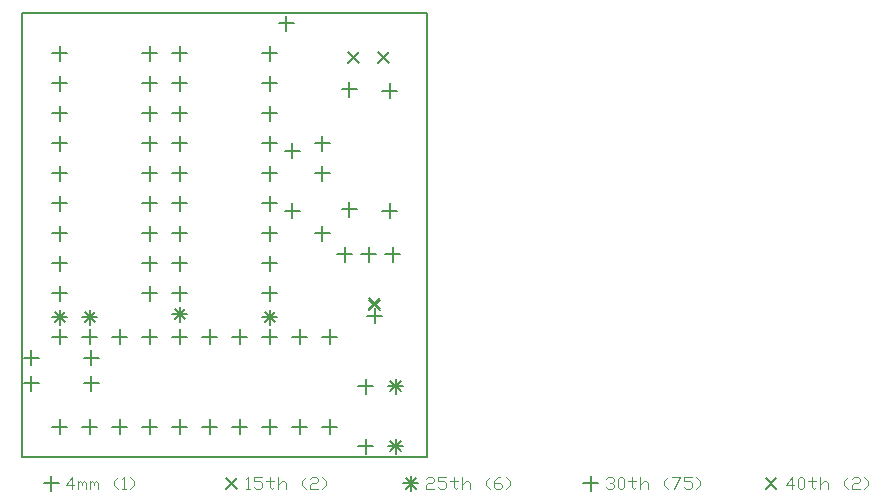
<source format=gbr>
*
G04 Gerber written by LinkCAD 5.8.2 Build 4535*
G04 Layer: SuperTAT_Drill_20100827b.gbr*
%FSLAX36Y36*%
%MOIN*%
%ADD10C,0.050000*%
%ADD11C,0.008000*%
%ADD12C,0.002000*%
G54D11*
X176000Y-267000D02*
G01Y-317000D01*
X151000Y-292000D02*
X201000D01*
X76000Y-267000D02*
Y-317000D01*
X51000Y-292000D02*
X101000D01*
X-23000Y-267000D02*
Y-317000D01*
X-48000Y-292000D02*
X1000D01*
X-123000Y-267000D02*
Y-317000D01*
X-148000Y-292000D02*
X-98000D01*
X-223000Y-267000D02*
Y-317000D01*
X-248000Y-292000D02*
X-198000D01*
X-323000Y-267000D02*
Y-317000D01*
X-348000Y-292000D02*
X-298000D01*
X-423000Y-267000D02*
Y-317000D01*
X-448000Y-292000D02*
X-398000D01*
X-523000Y-267000D02*
Y-317000D01*
X-548000Y-292000D02*
X-498000D01*
X-623000Y-267000D02*
Y-317000D01*
X-648000Y-292000D02*
X-598000D01*
X-723000Y-267000D02*
Y-317000D01*
X-748000Y-292000D02*
X-698000D01*
X-723000Y-567000D02*
Y-617000D01*
X-748000Y-592000D02*
X-698000D01*
X-623000Y-567000D02*
Y-617000D01*
X-648000Y-592000D02*
X-598000D01*
X-523000Y-567000D02*
Y-617000D01*
X-548000Y-592000D02*
X-498000D01*
X-423000Y-567000D02*
Y-617000D01*
X-448000Y-592000D02*
X-398000D01*
X-323000Y-567000D02*
Y-617000D01*
X-348000Y-592000D02*
X-298000D01*
X-223000Y-567000D02*
Y-617000D01*
X-248000Y-592000D02*
X-198000D01*
X-123000Y-567000D02*
Y-617000D01*
X-148000Y-592000D02*
X-98000D01*
X-23000Y-567000D02*
Y-617000D01*
X-48000Y-592000D02*
X1000D01*
X76000Y-567000D02*
Y-617000D01*
X51000Y-592000D02*
X101000D01*
X176000Y-567000D02*
Y-617000D01*
X151000Y-592000D02*
X201000D01*
X-323000Y677000D02*
Y627000D01*
X-348000Y652000D02*
X-298000D01*
X-323000Y577000D02*
Y527000D01*
X-348000Y552000D02*
X-298000D01*
X-323000Y477000D02*
Y427000D01*
X-348000Y452000D02*
X-298000D01*
X-323000Y377000D02*
Y327000D01*
X-348000Y352000D02*
X-298000D01*
X-323000Y277000D02*
Y227000D01*
X-348000Y252000D02*
X-298000D01*
X-323000Y177000D02*
Y127000D01*
X-348000Y152000D02*
X-298000D01*
X-323000Y77000D02*
Y27000D01*
X-348000Y52000D02*
X-298000D01*
X-323000Y-22000D02*
Y-72000D01*
X-348000Y-47000D02*
X-298000D01*
X-323000Y-122000D02*
Y-172000D01*
X-348000Y-147000D02*
X-298000D01*
X-23000Y-122000D02*
Y-172000D01*
X-48000Y-147000D02*
X1000D01*
X-23000Y-22000D02*
Y-72000D01*
X-48000Y-47000D02*
X1000D01*
X-23000Y77000D02*
Y27000D01*
X-48000Y52000D02*
X1000D01*
X-23000Y177000D02*
Y127000D01*
X-48000Y152000D02*
X1000D01*
X-23000Y277000D02*
Y227000D01*
X-48000Y252000D02*
X1000D01*
X-23000Y377000D02*
Y327000D01*
X-48000Y352000D02*
X1000D01*
X-23000Y477000D02*
Y427000D01*
X-48000Y452000D02*
X1000D01*
X-23000Y577000D02*
Y527000D01*
X-48000Y552000D02*
X1000D01*
X-23000Y677000D02*
Y627000D01*
X-48000Y652000D02*
X1000D01*
X-723000Y677000D02*
Y627000D01*
X-748000Y652000D02*
X-698000D01*
X-723000Y577000D02*
Y527000D01*
X-748000Y552000D02*
X-698000D01*
X-723000Y477000D02*
Y427000D01*
X-748000Y452000D02*
X-698000D01*
X-723000Y377000D02*
Y327000D01*
X-748000Y352000D02*
X-698000D01*
X-723000Y277000D02*
Y227000D01*
X-748000Y252000D02*
X-698000D01*
X-723000Y177000D02*
Y127000D01*
X-748000Y152000D02*
X-698000D01*
X-723000Y77000D02*
Y27000D01*
X-748000Y52000D02*
X-698000D01*
X-723000Y-22000D02*
Y-72000D01*
X-748000Y-47000D02*
X-698000D01*
X-723000Y-122000D02*
Y-172000D01*
X-748000Y-147000D02*
X-698000D01*
X-423000Y-122000D02*
Y-172000D01*
X-448000Y-147000D02*
X-398000D01*
X-423000Y-22000D02*
Y-72000D01*
X-448000Y-47000D02*
X-398000D01*
X-423000Y77000D02*
Y27000D01*
X-448000Y52000D02*
X-398000D01*
X-423000Y177000D02*
Y127000D01*
X-448000Y152000D02*
X-398000D01*
X-423000Y277000D02*
Y227000D01*
X-448000Y252000D02*
X-398000D01*
X-423000Y377000D02*
Y327000D01*
X-448000Y352000D02*
X-398000D01*
X-423000Y477000D02*
Y427000D01*
X-448000Y452000D02*
X-398000D01*
X-423000Y577000D02*
Y527000D01*
X-448000Y552000D02*
X-398000D01*
X-423000Y677000D02*
Y627000D01*
X-448000Y652000D02*
X-398000D01*
X326000Y-197000D02*
Y-247000D01*
X301000Y-222000D02*
X351000D01*
X396000Y-432000D02*
Y-482000D01*
X371000Y-457000D02*
X421000D01*
X379000Y-439000D02*
X414000Y-475000D01*
X379000D02*
X414000Y-439000D01*
X396000Y-632000D02*
Y-682000D01*
X371000Y-657000D02*
X421000D01*
X379000Y-639000D02*
X414000Y-675000D01*
X379000D02*
X414000Y-639000D01*
X51000Y352000D02*
Y302000D01*
X26000Y327000D02*
X76000D01*
X51000Y152000D02*
Y102000D01*
X26000Y127000D02*
X76000D01*
X151000Y277000D02*
Y227000D01*
X126000Y252000D02*
X176000D01*
X151000Y77000D02*
Y27000D01*
X126000Y52000D02*
X176000D01*
X151000Y377000D02*
Y327000D01*
X126000Y352000D02*
X176000D01*
X31000Y777000D02*
Y727000D01*
X6000Y752000D02*
X56000D01*
X226000Y7000D02*
Y-42000D01*
X201000Y-17000D02*
X251000D01*
X306000Y7000D02*
Y-42000D01*
X281000Y-17000D02*
X331000D01*
X386000Y7000D02*
Y-42000D01*
X361000Y-17000D02*
X411000D01*
X309000Y-169000D02*
X344000Y-205000D01*
X309000D02*
X344000Y-169000D01*
X309000Y-164000D02*
X344000Y-200000D01*
X309000D02*
X344000Y-164000D01*
X376000Y552000D02*
Y502000D01*
X351000Y527000D02*
X401000D01*
X376000Y152000D02*
Y102000D01*
X351000Y127000D02*
X401000D01*
X241000Y557000D02*
Y507000D01*
X216000Y532000D02*
X266000D01*
X241000Y157000D02*
Y107000D01*
X216000Y132000D02*
X266000D01*
X339000Y655000D02*
X374000Y619000D01*
X339000D02*
X374000Y655000D01*
X239000D02*
X274000Y619000D01*
X239000D02*
X274000Y655000D01*
X-723000Y-202000D02*
Y-252000D01*
X-748000Y-227000D02*
X-698000D01*
X-740000Y-209000D02*
X-705000Y-245000D01*
X-740000D02*
X-705000Y-209000D01*
X-623000Y-202000D02*
Y-252000D01*
X-648000Y-227000D02*
X-598000D01*
X-640000Y-209000D02*
X-605000Y-245000D01*
X-640000D02*
X-605000Y-209000D01*
X296000Y-432000D02*
Y-482000D01*
X271000Y-457000D02*
X321000D01*
X296000Y-632000D02*
Y-682000D01*
X271000Y-657000D02*
X321000D01*
X-618000Y-337000D02*
Y-387000D01*
X-643000Y-362000D02*
X-593000D01*
X-818000Y-337000D02*
Y-387000D01*
X-843000Y-362000D02*
X-793000D01*
X-618000Y-422000D02*
Y-472000D01*
X-643000Y-447000D02*
X-593000D01*
X-818000Y-422000D02*
Y-472000D01*
X-843000Y-447000D02*
X-793000D01*
X-323000Y-192000D02*
Y-242000D01*
X-348000Y-217000D02*
X-298000D01*
X-340000Y-199000D02*
X-305000Y-235000D01*
X-340000D02*
X-305000Y-199000D01*
X-23000Y-202000D02*
Y-252000D01*
X-48000Y-227000D02*
X1000D01*
X-40000Y-209000D02*
X-5000Y-245000D01*
X-40000D02*
X-5000Y-209000D01*
X-848000Y-692000D02*
X501000D01*
Y787000D01*
X-848000D01*
Y-692000D01*
X-752000Y-756000D02*
Y-806000D01*
X-777000Y-781000D02*
X-727000D01*
X-169000Y-763000D02*
X-134000Y-799000D01*
X-169000D02*
X-134000Y-763000D01*
X447000Y-756000D02*
Y-806000D01*
X422000Y-781000D02*
X472000D01*
X430000Y-763000D02*
X465000Y-799000D01*
X430000D02*
X465000Y-763000D01*
X1047000Y-756000D02*
Y-806000D01*
X1022000Y-781000D02*
X1072000D01*
X1630000Y-763000D02*
X1665000Y-799000D01*
X1630000D02*
X1665000Y-763000D01*
G54D12*
X-675333Y-787667D02*
X-702000D01*
X-682000Y-761000D01*
Y-801000D01*
X-662000D02*
Y-774333D01*
Y-781000D02*
X-655333Y-774333D01*
X-648667Y-781000D01*
Y-787667D01*
Y-781000D02*
X-642000Y-774333D01*
X-635333Y-781000D01*
Y-801000D01*
X-622000D02*
Y-774333D01*
Y-781000D02*
X-615333Y-774333D01*
X-608667Y-781000D01*
Y-787667D01*
Y-781000D02*
X-602000Y-774333D01*
X-595333Y-781000D01*
Y-801000D01*
X-528667Y-761000D02*
X-542000Y-774333D01*
Y-787667D01*
X-528667Y-801000D01*
X-515333Y-767667D02*
X-508667Y-761000D01*
Y-801000D01*
X-515333D02*
X-502000D01*
X-488667Y-761000D02*
X-475333Y-774333D01*
Y-787667D01*
X-488667Y-801000D01*
X-102000Y-767667D02*
X-95333Y-761000D01*
Y-801000D01*
X-102000D02*
X-88667D01*
X-75333Y-794333D02*
X-68667Y-801000D01*
X-55333D01*
X-48667Y-794333D01*
Y-781000D01*
X-55333Y-774333D01*
X-75333D01*
Y-761000D01*
X-48667D01*
X-35333Y-774333D02*
X-8667D01*
X-22000Y-761000D02*
Y-794333D01*
X-15333Y-801000D01*
X-8667Y-794333D01*
X4667Y-801000D02*
Y-761000D01*
Y-787667D02*
X18000Y-774333D01*
X24667D01*
X31333Y-781000D01*
Y-801000D01*
X98000Y-761000D02*
X84667Y-774333D01*
Y-787667D01*
X98000Y-801000D01*
X111333Y-767667D02*
X118000Y-761000D01*
X131333D01*
X138000Y-767667D01*
Y-774333D01*
X131333Y-781000D01*
X118000D01*
X111333Y-787667D01*
Y-801000D01*
X138000D01*
X151333Y-761000D02*
X164667Y-774333D01*
Y-787667D01*
X151333Y-801000D01*
X497000Y-767667D02*
X503667Y-761000D01*
X517000D01*
X523667Y-767667D01*
Y-774333D01*
X517000Y-781000D01*
X503667D01*
X497000Y-787667D01*
Y-801000D01*
X523667D01*
X537000Y-794333D02*
X543667Y-801000D01*
X557000D01*
X563667Y-794333D01*
Y-781000D01*
X557000Y-774333D01*
X537000D01*
Y-761000D01*
X563667D01*
X577000Y-774333D02*
X603667D01*
X590333Y-761000D02*
Y-794333D01*
X597000Y-801000D01*
X603667Y-794333D01*
X617000Y-801000D02*
Y-761000D01*
Y-787667D02*
X630333Y-774333D01*
X637000D01*
X643667Y-781000D01*
Y-801000D01*
X710333Y-761000D02*
X697000Y-774333D01*
Y-787667D01*
X710333Y-801000D01*
X723667Y-781000D02*
X743667D01*
X750333Y-787667D01*
Y-794333D01*
X743667Y-801000D01*
X730333D01*
X723667Y-794333D01*
Y-774333D01*
X737000Y-761000D01*
X743667D01*
X763667D02*
X777000Y-774333D01*
Y-787667D01*
X763667Y-801000D01*
X1097000Y-767667D02*
X1103667Y-761000D01*
X1117000D01*
X1123667Y-767667D01*
Y-774333D01*
X1117000Y-781000D01*
X1110333D01*
X1117000D02*
X1123667Y-787667D01*
Y-794333D01*
X1117000Y-801000D01*
X1103667D01*
X1097000Y-794333D01*
X1143667Y-801000D02*
X1137000Y-794333D01*
Y-767667D01*
X1143667Y-761000D01*
X1150333D01*
X1157000Y-767667D01*
Y-794333D01*
X1150333Y-801000D01*
X1143667D01*
X1170333Y-774333D02*
X1197000D01*
X1183667Y-761000D02*
Y-794333D01*
X1190333Y-801000D01*
X1197000Y-794333D01*
X1210333Y-801000D02*
Y-761000D01*
Y-787667D02*
X1223667Y-774333D01*
X1230333D01*
X1237000Y-781000D01*
Y-801000D01*
X1303667Y-761000D02*
X1290333Y-774333D01*
Y-787667D01*
X1303667Y-801000D01*
X1317000Y-761000D02*
X1343667D01*
X1323667Y-801000D01*
X1357000Y-794333D02*
X1363667Y-801000D01*
X1377000D01*
X1383667Y-794333D01*
Y-781000D01*
X1377000Y-774333D01*
X1357000D01*
Y-761000D01*
X1383667D01*
X1397000D02*
X1410333Y-774333D01*
Y-787667D01*
X1397000Y-801000D01*
X1723667Y-787667D02*
X1697000D01*
X1717000Y-761000D01*
Y-801000D01*
X1743667D02*
X1737000Y-794333D01*
Y-767667D01*
X1743667Y-761000D01*
X1750333D01*
X1757000Y-767667D01*
Y-794333D01*
X1750333Y-801000D01*
X1743667D01*
X1770333Y-774333D02*
X1797000D01*
X1783667Y-761000D02*
Y-794333D01*
X1790333Y-801000D01*
X1797000Y-794333D01*
X1810333Y-801000D02*
Y-761000D01*
Y-787667D02*
X1823667Y-774333D01*
X1830333D01*
X1837000Y-781000D01*
Y-801000D01*
X1903667Y-761000D02*
X1890333Y-774333D01*
Y-787667D01*
X1903667Y-801000D01*
X1917000Y-767667D02*
X1923667Y-761000D01*
X1937000D01*
X1943667Y-767667D01*
Y-774333D01*
X1937000Y-781000D01*
X1923667D01*
X1917000Y-787667D01*
Y-801000D01*
X1943667D01*
X1957000Y-761000D02*
X1970333Y-774333D01*
Y-787667D01*
X1957000Y-801000D01*
M02*

</source>
